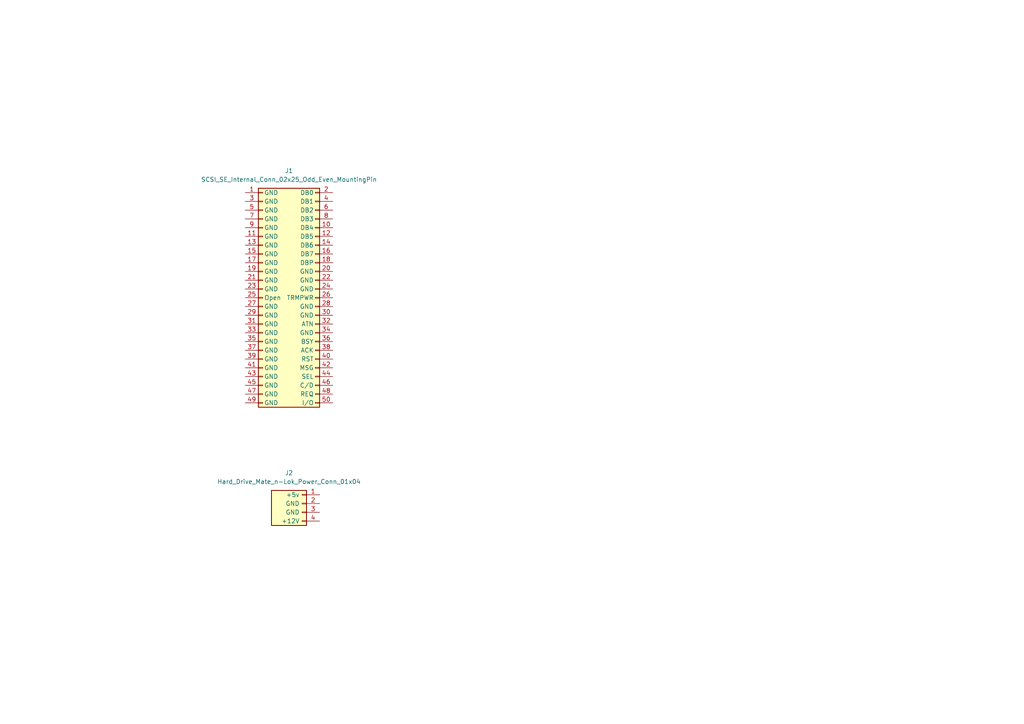
<source format=kicad_sch>
(kicad_sch (version 20211123) (generator eeschema)

  (uuid 401ead9c-288f-45c4-9f3b-dda29c514353)

  (paper "A4")

  (lib_symbols
    (symbol "project:Hard_Drive_Mate_n-Lok_Power_Conn_01x04" (pin_names (offset 2)) (in_bom yes) (on_board yes)
      (property "Reference" "J" (id 0) (at 0 6.35 0)
        (effects (font (size 1.27 1.27)))
      )
      (property "Value" "Hard_Drive_Mate_n-Lok_Power_Conn_01x04" (id 1) (at 0 -8.89 0)
        (effects (font (size 1.27 1.27)))
      )
      (property "Footprint" "" (id 2) (at 3.81 1.27 0)
        (effects (font (size 1.27 1.27)) hide)
      )
      (property "Datasheet" "~" (id 3) (at 3.81 1.27 0)
        (effects (font (size 1.27 1.27)) hide)
      )
      (property "ki_keywords" "connector" (id 4) (at 0 0 0)
        (effects (font (size 1.27 1.27)) hide)
      )
      (property "ki_description" "Generic connector, single row, 01x04, script generated (kicad-library-utils/schlib/autogen/connector/)" (id 5) (at 0 0 0)
        (effects (font (size 1.27 1.27)) hide)
      )
      (property "ki_fp_filters" "Connector*:*_1x??_*" (id 6) (at 0 0 0)
        (effects (font (size 1.27 1.27)) hide)
      )
      (symbol "Hard_Drive_Mate_n-Lok_Power_Conn_01x04_1_1"
        (rectangle (start -5.08 -5.08) (end 5.08 5.08)
          (stroke (width 0.254) (type default) (color 0 0 0 0))
          (fill (type background))
        )
        (rectangle (start 3.81 -3.937) (end 5.08 -3.683)
          (stroke (width 0.1524) (type default) (color 0 0 0 0))
          (fill (type none))
        )
        (rectangle (start 3.81 -1.397) (end 5.08 -1.143)
          (stroke (width 0.1524) (type default) (color 0 0 0 0))
          (fill (type none))
        )
        (rectangle (start 3.81 1.143) (end 5.08 1.397)
          (stroke (width 0.1524) (type default) (color 0 0 0 0))
          (fill (type none))
        )
        (rectangle (start 3.81 3.683) (end 5.08 3.937)
          (stroke (width 0.1524) (type default) (color 0 0 0 0))
          (fill (type none))
        )
        (pin output line (at 8.89 3.81 180) (length 3.81)
          (name "+5v" (effects (font (size 1.27 1.27))))
          (number "1" (effects (font (size 1.27 1.27))))
        )
        (pin power_out line (at 8.89 1.27 180) (length 3.81)
          (name "GND" (effects (font (size 1.27 1.27))))
          (number "2" (effects (font (size 1.27 1.27))))
        )
        (pin power_out line (at 8.89 -1.27 180) (length 3.81)
          (name "GND" (effects (font (size 1.27 1.27))))
          (number "3" (effects (font (size 1.27 1.27))))
        )
        (pin power_out line (at 8.89 -3.81 180) (length 3.81)
          (name "+12V" (effects (font (size 1.27 1.27))))
          (number "4" (effects (font (size 1.27 1.27))))
        )
      )
    )
    (symbol "project:SCSI_SE_Internal_Conn_02x25_Odd_Even_MountingPin" (pin_names (offset 1.7)) (in_bom yes) (on_board yes)
      (property "Reference" "J" (id 0) (at 0 33.02 0)
        (effects (font (size 1.27 1.27)))
      )
      (property "Value" "SCSI_SE_Internal_Conn_02x25_Odd_Even_MountingPin" (id 1) (at -24.13 -35.56 0)
        (effects (font (size 1.27 1.27)) (justify left))
      )
      (property "Footprint" "" (id 2) (at -7.62 0 0)
        (effects (font (size 1.27 1.27)) hide)
      )
      (property "Datasheet" "" (id 3) (at -7.62 0 0)
        (effects (font (size 1.27 1.27)) hide)
      )
      (property "ki_fp_filters" "Connector*:*_2x??-1MP*" (id 4) (at 0 0 0)
        (effects (font (size 1.27 1.27)) hide)
      )
      (symbol "SCSI_SE_Internal_Conn_02x25_Odd_Even_MountingPin_1_1"
        (rectangle (start -8.89 -30.353) (end -7.62 -30.607)
          (stroke (width 0.1524) (type default) (color 0 0 0 0))
          (fill (type none))
        )
        (rectangle (start -8.89 -27.813) (end -7.62 -28.067)
          (stroke (width 0.1524) (type default) (color 0 0 0 0))
          (fill (type none))
        )
        (rectangle (start -8.89 -25.273) (end -7.62 -25.527)
          (stroke (width 0.1524) (type default) (color 0 0 0 0))
          (fill (type none))
        )
        (rectangle (start -8.89 -22.733) (end -7.62 -22.987)
          (stroke (width 0.1524) (type default) (color 0 0 0 0))
          (fill (type none))
        )
        (rectangle (start -8.89 -20.193) (end -7.62 -20.447)
          (stroke (width 0.1524) (type default) (color 0 0 0 0))
          (fill (type none))
        )
        (rectangle (start -8.89 -17.653) (end -7.62 -17.907)
          (stroke (width 0.1524) (type default) (color 0 0 0 0))
          (fill (type none))
        )
        (rectangle (start -8.89 -15.113) (end -7.62 -15.367)
          (stroke (width 0.1524) (type default) (color 0 0 0 0))
          (fill (type none))
        )
        (rectangle (start -8.89 -12.573) (end -7.62 -12.827)
          (stroke (width 0.1524) (type default) (color 0 0 0 0))
          (fill (type none))
        )
        (rectangle (start -8.89 -10.033) (end -7.62 -10.287)
          (stroke (width 0.1524) (type default) (color 0 0 0 0))
          (fill (type none))
        )
        (rectangle (start -8.89 -7.493) (end -7.62 -7.747)
          (stroke (width 0.1524) (type default) (color 0 0 0 0))
          (fill (type none))
        )
        (rectangle (start -8.89 -4.953) (end -7.62 -5.207)
          (stroke (width 0.1524) (type default) (color 0 0 0 0))
          (fill (type none))
        )
        (rectangle (start -8.89 -2.413) (end -7.62 -2.667)
          (stroke (width 0.1524) (type default) (color 0 0 0 0))
          (fill (type none))
        )
        (rectangle (start -8.89 0.127) (end -7.62 -0.127)
          (stroke (width 0.1524) (type default) (color 0 0 0 0))
          (fill (type none))
        )
        (rectangle (start -8.89 2.667) (end -7.62 2.413)
          (stroke (width 0.1524) (type default) (color 0 0 0 0))
          (fill (type none))
        )
        (rectangle (start -8.89 5.207) (end -7.62 4.953)
          (stroke (width 0.1524) (type default) (color 0 0 0 0))
          (fill (type none))
        )
        (rectangle (start -8.89 7.747) (end -7.62 7.493)
          (stroke (width 0.1524) (type default) (color 0 0 0 0))
          (fill (type none))
        )
        (rectangle (start -8.89 10.287) (end -7.62 10.033)
          (stroke (width 0.1524) (type default) (color 0 0 0 0))
          (fill (type none))
        )
        (rectangle (start -8.89 12.827) (end -7.62 12.573)
          (stroke (width 0.1524) (type default) (color 0 0 0 0))
          (fill (type none))
        )
        (rectangle (start -8.89 15.367) (end -7.62 15.113)
          (stroke (width 0.1524) (type default) (color 0 0 0 0))
          (fill (type none))
        )
        (rectangle (start -8.89 17.907) (end -7.62 17.653)
          (stroke (width 0.1524) (type default) (color 0 0 0 0))
          (fill (type none))
        )
        (rectangle (start -8.89 20.447) (end -7.62 20.193)
          (stroke (width 0.1524) (type default) (color 0 0 0 0))
          (fill (type none))
        )
        (rectangle (start -8.89 22.987) (end -7.62 22.733)
          (stroke (width 0.1524) (type default) (color 0 0 0 0))
          (fill (type none))
        )
        (rectangle (start -8.89 25.527) (end -7.62 25.273)
          (stroke (width 0.1524) (type default) (color 0 0 0 0))
          (fill (type none))
        )
        (rectangle (start -8.89 28.067) (end -7.62 27.813)
          (stroke (width 0.1524) (type default) (color 0 0 0 0))
          (fill (type none))
        )
        (rectangle (start -8.89 30.607) (end -7.62 30.353)
          (stroke (width 0.1524) (type default) (color 0 0 0 0))
          (fill (type none))
        )
        (rectangle (start -8.89 31.75) (end 8.89 -31.75)
          (stroke (width 0.254) (type default) (color 0 0 0 0))
          (fill (type background))
        )
        (rectangle (start 8.89 -30.353) (end 7.62 -30.607)
          (stroke (width 0.1524) (type default) (color 0 0 0 0))
          (fill (type none))
        )
        (rectangle (start 8.89 -27.813) (end 7.62 -28.067)
          (stroke (width 0.1524) (type default) (color 0 0 0 0))
          (fill (type none))
        )
        (rectangle (start 8.89 -25.273) (end 7.62 -25.527)
          (stroke (width 0.1524) (type default) (color 0 0 0 0))
          (fill (type none))
        )
        (rectangle (start 8.89 -22.733) (end 7.62 -22.987)
          (stroke (width 0.1524) (type default) (color 0 0 0 0))
          (fill (type none))
        )
        (rectangle (start 8.89 -20.193) (end 7.62 -20.447)
          (stroke (width 0.1524) (type default) (color 0 0 0 0))
          (fill (type none))
        )
        (rectangle (start 8.89 -17.653) (end 7.62 -17.907)
          (stroke (width 0.1524) (type default) (color 0 0 0 0))
          (fill (type none))
        )
        (rectangle (start 8.89 -15.113) (end 7.62 -15.367)
          (stroke (width 0.1524) (type default) (color 0 0 0 0))
          (fill (type none))
        )
        (rectangle (start 8.89 -12.573) (end 7.62 -12.827)
          (stroke (width 0.1524) (type default) (color 0 0 0 0))
          (fill (type none))
        )
        (rectangle (start 8.89 -10.033) (end 7.62 -10.287)
          (stroke (width 0.1524) (type default) (color 0 0 0 0))
          (fill (type none))
        )
        (rectangle (start 8.89 -7.493) (end 7.62 -7.747)
          (stroke (width 0.1524) (type default) (color 0 0 0 0))
          (fill (type none))
        )
        (rectangle (start 8.89 -4.953) (end 7.62 -5.207)
          (stroke (width 0.1524) (type default) (color 0 0 0 0))
          (fill (type none))
        )
        (rectangle (start 8.89 -2.413) (end 7.62 -2.667)
          (stroke (width 0.1524) (type default) (color 0 0 0 0))
          (fill (type none))
        )
        (rectangle (start 8.89 0.127) (end 7.62 -0.127)
          (stroke (width 0.1524) (type default) (color 0 0 0 0))
          (fill (type none))
        )
        (rectangle (start 8.89 2.667) (end 7.62 2.413)
          (stroke (width 0.1524) (type default) (color 0 0 0 0))
          (fill (type none))
        )
        (rectangle (start 8.89 5.207) (end 7.62 4.953)
          (stroke (width 0.1524) (type default) (color 0 0 0 0))
          (fill (type none))
        )
        (rectangle (start 8.89 7.747) (end 7.62 7.493)
          (stroke (width 0.1524) (type default) (color 0 0 0 0))
          (fill (type none))
        )
        (rectangle (start 8.89 10.287) (end 7.62 10.033)
          (stroke (width 0.1524) (type default) (color 0 0 0 0))
          (fill (type none))
        )
        (rectangle (start 8.89 12.827) (end 7.62 12.573)
          (stroke (width 0.1524) (type default) (color 0 0 0 0))
          (fill (type none))
        )
        (rectangle (start 8.89 15.367) (end 7.62 15.113)
          (stroke (width 0.1524) (type default) (color 0 0 0 0))
          (fill (type none))
        )
        (rectangle (start 8.89 17.907) (end 7.62 17.653)
          (stroke (width 0.1524) (type default) (color 0 0 0 0))
          (fill (type none))
        )
        (rectangle (start 8.89 20.447) (end 7.62 20.193)
          (stroke (width 0.1524) (type default) (color 0 0 0 0))
          (fill (type none))
        )
        (rectangle (start 8.89 22.987) (end 7.62 22.733)
          (stroke (width 0.1524) (type default) (color 0 0 0 0))
          (fill (type none))
        )
        (rectangle (start 8.89 25.527) (end 7.62 25.273)
          (stroke (width 0.1524) (type default) (color 0 0 0 0))
          (fill (type none))
        )
        (rectangle (start 8.89 28.067) (end 7.62 27.813)
          (stroke (width 0.1524) (type default) (color 0 0 0 0))
          (fill (type none))
        )
        (rectangle (start 8.89 30.607) (end 7.62 30.353)
          (stroke (width 0.1524) (type default) (color 0 0 0 0))
          (fill (type none))
        )
        (pin passive line (at -12.7 30.48 0) (length 3.81)
          (name "GND" (effects (font (size 1.27 1.27))))
          (number "1" (effects (font (size 1.27 1.27))))
        )
        (pin bidirectional line (at 12.7 20.32 180) (length 3.81)
          (name "DB4" (effects (font (size 1.27 1.27))))
          (number "10" (effects (font (size 1.27 1.27))))
        )
        (pin passive line (at -12.7 17.78 0) (length 3.81)
          (name "GND" (effects (font (size 1.27 1.27))))
          (number "11" (effects (font (size 1.27 1.27))))
        )
        (pin bidirectional line (at 12.7 17.78 180) (length 3.81)
          (name "DB5" (effects (font (size 1.27 1.27))))
          (number "12" (effects (font (size 1.27 1.27))))
        )
        (pin passive line (at -12.7 15.24 0) (length 3.81)
          (name "GND" (effects (font (size 1.27 1.27))))
          (number "13" (effects (font (size 1.27 1.27))))
        )
        (pin bidirectional line (at 12.7 15.24 180) (length 3.81)
          (name "DB6" (effects (font (size 1.27 1.27))))
          (number "14" (effects (font (size 1.27 1.27))))
        )
        (pin passive line (at -12.7 12.7 0) (length 3.81)
          (name "GND" (effects (font (size 1.27 1.27))))
          (number "15" (effects (font (size 1.27 1.27))))
        )
        (pin bidirectional line (at 12.7 12.7 180) (length 3.81)
          (name "DB7" (effects (font (size 1.27 1.27))))
          (number "16" (effects (font (size 1.27 1.27))))
        )
        (pin passive line (at -12.7 10.16 0) (length 3.81)
          (name "GND" (effects (font (size 1.27 1.27))))
          (number "17" (effects (font (size 1.27 1.27))))
        )
        (pin bidirectional line (at 12.7 10.16 180) (length 3.81)
          (name "DBP" (effects (font (size 1.27 1.27))))
          (number "18" (effects (font (size 1.27 1.27))))
        )
        (pin passive line (at -12.7 7.62 0) (length 3.81)
          (name "GND" (effects (font (size 1.27 1.27))))
          (number "19" (effects (font (size 1.27 1.27))))
        )
        (pin bidirectional line (at 12.7 30.48 180) (length 3.81)
          (name "DB0" (effects (font (size 1.27 1.27))))
          (number "2" (effects (font (size 1.27 1.27))))
        )
        (pin passive line (at 12.7 7.62 180) (length 3.81)
          (name "GND" (effects (font (size 1.27 1.27))))
          (number "20" (effects (font (size 1.27 1.27))))
        )
        (pin passive line (at -12.7 5.08 0) (length 3.81)
          (name "GND" (effects (font (size 1.27 1.27))))
          (number "21" (effects (font (size 1.27 1.27))))
        )
        (pin passive line (at 12.7 5.08 180) (length 3.81)
          (name "GND" (effects (font (size 1.27 1.27))))
          (number "22" (effects (font (size 1.27 1.27))))
        )
        (pin passive line (at -12.7 2.54 0) (length 3.81)
          (name "GND" (effects (font (size 1.27 1.27))))
          (number "23" (effects (font (size 1.27 1.27))))
        )
        (pin passive line (at 12.7 2.54 180) (length 3.81)
          (name "GND" (effects (font (size 1.27 1.27))))
          (number "24" (effects (font (size 1.27 1.27))))
        )
        (pin passive line (at -12.7 0 0) (length 3.81)
          (name "Open" (effects (font (size 1.27 1.27))))
          (number "25" (effects (font (size 1.27 1.27))))
        )
        (pin bidirectional line (at 12.7 0 180) (length 3.81)
          (name "TRMPWR" (effects (font (size 1.27 1.27))))
          (number "26" (effects (font (size 1.27 1.27))))
        )
        (pin passive line (at -12.7 -2.54 0) (length 3.81)
          (name "GND" (effects (font (size 1.27 1.27))))
          (number "27" (effects (font (size 1.27 1.27))))
        )
        (pin passive line (at 12.7 -2.54 180) (length 3.81)
          (name "GND" (effects (font (size 1.27 1.27))))
          (number "28" (effects (font (size 1.27 1.27))))
        )
        (pin passive line (at -12.7 -5.08 0) (length 3.81)
          (name "GND" (effects (font (size 1.27 1.27))))
          (number "29" (effects (font (size 1.27 1.27))))
        )
        (pin passive line (at -12.7 27.94 0) (length 3.81)
          (name "GND" (effects (font (size 1.27 1.27))))
          (number "3" (effects (font (size 1.27 1.27))))
        )
        (pin bidirectional line (at 12.7 -5.08 180) (length 3.81)
          (name "GND" (effects (font (size 1.27 1.27))))
          (number "30" (effects (font (size 1.27 1.27))))
        )
        (pin passive line (at -12.7 -7.62 0) (length 3.81)
          (name "GND" (effects (font (size 1.27 1.27))))
          (number "31" (effects (font (size 1.27 1.27))))
        )
        (pin input line (at 12.7 -7.62 180) (length 3.81)
          (name "ATN" (effects (font (size 1.27 1.27))))
          (number "32" (effects (font (size 1.27 1.27))))
        )
        (pin passive line (at -12.7 -10.16 0) (length 3.81)
          (name "GND" (effects (font (size 1.27 1.27))))
          (number "33" (effects (font (size 1.27 1.27))))
        )
        (pin passive line (at 12.7 -10.16 180) (length 3.81)
          (name "GND" (effects (font (size 1.27 1.27))))
          (number "34" (effects (font (size 1.27 1.27))))
        )
        (pin passive line (at -12.7 -12.7 0) (length 3.81)
          (name "GND" (effects (font (size 1.27 1.27))))
          (number "35" (effects (font (size 1.27 1.27))))
        )
        (pin bidirectional line (at 12.7 -12.7 180) (length 3.81)
          (name "BSY" (effects (font (size 1.27 1.27))))
          (number "36" (effects (font (size 1.27 1.27))))
        )
        (pin passive line (at -12.7 -15.24 0) (length 3.81)
          (name "GND" (effects (font (size 1.27 1.27))))
          (number "37" (effects (font (size 1.27 1.27))))
        )
        (pin input line (at 12.7 -15.24 180) (length 3.81)
          (name "ACK" (effects (font (size 1.27 1.27))))
          (number "38" (effects (font (size 1.27 1.27))))
        )
        (pin passive line (at -12.7 -17.78 0) (length 3.81)
          (name "GND" (effects (font (size 1.27 1.27))))
          (number "39" (effects (font (size 1.27 1.27))))
        )
        (pin bidirectional line (at 12.7 27.94 180) (length 3.81)
          (name "DB1" (effects (font (size 1.27 1.27))))
          (number "4" (effects (font (size 1.27 1.27))))
        )
        (pin bidirectional line (at 12.7 -17.78 180) (length 3.81)
          (name "RST" (effects (font (size 1.27 1.27))))
          (number "40" (effects (font (size 1.27 1.27))))
        )
        (pin passive line (at -12.7 -20.32 0) (length 3.81)
          (name "GND" (effects (font (size 1.27 1.27))))
          (number "41" (effects (font (size 1.27 1.27))))
        )
        (pin output line (at 12.7 -20.32 180) (length 3.81)
          (name "MSG" (effects (font (size 1.27 1.27))))
          (number "42" (effects (font (size 1.27 1.27))))
        )
        (pin passive line (at -12.7 -22.86 0) (length 3.81)
          (name "GND" (effects (font (size 1.27 1.27))))
          (number "43" (effects (font (size 1.27 1.27))))
        )
        (pin bidirectional line (at 12.7 -22.86 180) (length 3.81)
          (name "SEL" (effects (font (size 1.27 1.27))))
          (number "44" (effects (font (size 1.27 1.27))))
        )
        (pin passive line (at -12.7 -25.4 0) (length 3.81)
          (name "GND" (effects (font (size 1.27 1.27))))
          (number "45" (effects (font (size 1.27 1.27))))
        )
        (pin output line (at 12.7 -25.4 180) (length 3.81)
          (name "C/D" (effects (font (size 1.27 1.27))))
          (number "46" (effects (font (size 1.27 1.27))))
        )
        (pin passive line (at -12.7 -27.94 0) (length 3.81)
          (name "GND" (effects (font (size 1.27 1.27))))
          (number "47" (effects (font (size 1.27 1.27))))
        )
        (pin output line (at 12.7 -27.94 180) (length 3.81)
          (name "REQ" (effects (font (size 1.27 1.27))))
          (number "48" (effects (font (size 1.27 1.27))))
        )
        (pin passive line (at -12.7 -30.48 0) (length 3.81)
          (name "GND" (effects (font (size 1.27 1.27))))
          (number "49" (effects (font (size 1.27 1.27))))
        )
        (pin passive line (at -12.7 25.4 0) (length 3.81)
          (name "GND" (effects (font (size 1.27 1.27))))
          (number "5" (effects (font (size 1.27 1.27))))
        )
        (pin bidirectional line (at 12.7 -30.48 180) (length 3.81)
          (name "I/O" (effects (font (size 1.27 1.27))))
          (number "50" (effects (font (size 1.27 1.27))))
        )
        (pin bidirectional line (at 12.7 25.4 180) (length 3.81)
          (name "DB2" (effects (font (size 1.27 1.27))))
          (number "6" (effects (font (size 1.27 1.27))))
        )
        (pin passive line (at -12.7 22.86 0) (length 3.81)
          (name "GND" (effects (font (size 1.27 1.27))))
          (number "7" (effects (font (size 1.27 1.27))))
        )
        (pin bidirectional line (at 12.7 22.86 180) (length 3.81)
          (name "DB3" (effects (font (size 1.27 1.27))))
          (number "8" (effects (font (size 1.27 1.27))))
        )
        (pin passive line (at -12.7 20.32 0) (length 3.81)
          (name "GND" (effects (font (size 1.27 1.27))))
          (number "9" (effects (font (size 1.27 1.27))))
        )
      )
    )
  )


  (symbol (lib_id "project:Hard_Drive_Mate_n-Lok_Power_Conn_01x04") (at 83.82 147.32 0) (unit 1)
    (in_bom yes) (on_board yes) (fields_autoplaced)
    (uuid aaffafd5-11ef-4a73-a6cf-129e1b846e12)
    (property "Reference" "J2" (id 0) (at 83.82 137.16 0))
    (property "Value" "Hard_Drive_Mate_n-Lok_Power_Conn_01x04" (id 1) (at 83.82 139.7 0))
    (property "Footprint" "project:TE_MATE-N-LOK_350211-1_1x04_P5.08mm_Edge" (id 2) (at 87.63 146.05 0)
      (effects (font (size 1.27 1.27)) hide)
    )
    (property "Datasheet" "~" (id 3) (at 87.63 146.05 0)
      (effects (font (size 1.27 1.27)) hide)
    )
    (pin "1" (uuid 20f284fd-b08c-484b-a7a6-28a4ddcdda57))
    (pin "2" (uuid e9a97804-9a2e-40e9-98b7-248a75b44069))
    (pin "3" (uuid 15ee95a9-89eb-4f0b-b09f-fbbfbc882713))
    (pin "4" (uuid b1473682-dfbd-442d-aa67-e5be2ff21413))
  )

  (symbol (lib_id "project:SCSI_SE_Internal_Conn_02x25_Odd_Even_MountingPin") (at 83.82 86.36 0) (unit 1)
    (in_bom yes) (on_board yes) (fields_autoplaced)
    (uuid c04ef732-5e27-4bd0-ad87-7d3ba304d567)
    (property "Reference" "J1" (id 0) (at 83.82 49.53 0))
    (property "Value" "SCSI_SE_Internal_Conn_02x25_Odd_Even_MountingPin" (id 1) (at 83.82 52.07 0))
    (property "Footprint" "project:IDC-Header_2x25_P2.54mm_Edge" (id 2) (at 76.2 86.36 0)
      (effects (font (size 1.27 1.27)) hide)
    )
    (property "Datasheet" "" (id 3) (at 76.2 86.36 0)
      (effects (font (size 1.27 1.27)) hide)
    )
    (pin "1" (uuid b4f450ab-b735-476c-8f93-e4551a5b7880))
    (pin "10" (uuid 17bfdb20-aa47-47ba-83eb-45d75f1255ea))
    (pin "11" (uuid dd64de23-f859-428f-a732-e18e01786856))
    (pin "12" (uuid 39488ef3-7f66-4ecd-ac74-6f5181b9d116))
    (pin "13" (uuid d72b923e-92d1-4850-80c5-056cf2744860))
    (pin "14" (uuid 2efe1aee-756e-426a-9aaf-4705da3a9b20))
    (pin "15" (uuid a7bb0c51-40de-4394-bbb8-0692ba00314d))
    (pin "16" (uuid eb0e98ad-b69b-479f-aa89-faaa3b433a5c))
    (pin "17" (uuid 6b853e66-561e-4194-ac5c-a7a138a2838d))
    (pin "18" (uuid d7ed74dc-8482-47f1-a7ae-0ba2ea6516c4))
    (pin "19" (uuid 4ecb8a62-61c5-44b1-a68a-a90308ffadc6))
    (pin "2" (uuid 27228b29-2f1b-4f28-8b29-a8196174d711))
    (pin "20" (uuid 99e13536-f34f-4b82-97c3-153c793256e6))
    (pin "21" (uuid d76303b1-4cc0-4386-9547-476a992ae502))
    (pin "22" (uuid 76d753e4-777b-406b-b0e8-661830ed1738))
    (pin "23" (uuid c1c20405-5285-446a-83db-636b530c834c))
    (pin "24" (uuid 187d71b3-8efd-424b-8b1f-c65b35d090fc))
    (pin "25" (uuid 269996c8-d561-4dd8-a002-87c8dd854e52))
    (pin "26" (uuid c248b323-a835-4777-ab4c-e94fd7259afe))
    (pin "27" (uuid 35f3eeb0-d1d3-4d10-93bd-5bd5a50c6dc2))
    (pin "28" (uuid b5480c38-1058-4189-ab5f-a98423d7aff8))
    (pin "29" (uuid cdf7704d-e22d-401e-9df9-81ef82bb6af5))
    (pin "3" (uuid 4e8ab04c-67d7-4373-98de-833816361f89))
    (pin "30" (uuid 2b4fe2a1-79a3-4308-bb43-420443045232))
    (pin "31" (uuid d02c51ae-0ca7-4d4f-82f0-672f25883a8a))
    (pin "32" (uuid 61364b56-e2b8-414f-8355-2122b5454e72))
    (pin "33" (uuid 4d0a9d51-7471-4600-b87f-0824cfa58d5d))
    (pin "34" (uuid 7c350219-0af8-4448-bf2a-14e32b42b742))
    (pin "35" (uuid bff2a78c-7562-4197-8be0-95d14f43400c))
    (pin "36" (uuid d1556d0d-c8e1-45ea-ae03-d1cd571b38fe))
    (pin "37" (uuid 13742f24-3393-4637-ba68-a17fc082f6e6))
    (pin "38" (uuid b8bc3bd6-a104-489e-aa29-c0da238b1603))
    (pin "39" (uuid 2f2e277a-3ed4-43f9-999c-b7ee8cbe1849))
    (pin "4" (uuid 83a41f25-c42f-4204-96d3-af849bb0f098))
    (pin "40" (uuid 52b29fb4-eb7f-4b12-9e22-d3bdabb6e50e))
    (pin "41" (uuid 4de145c8-8a0d-4cb9-bb9a-5870bb276cf8))
    (pin "42" (uuid f42965ec-766e-48fa-9f19-82e138d5a3e0))
    (pin "43" (uuid 26d3c632-857f-4449-a223-b9f41f30307e))
    (pin "44" (uuid 810e786d-d342-4c11-b38d-244005223073))
    (pin "45" (uuid c88b2080-d71f-4b89-9e55-e07d9de2e61d))
    (pin "46" (uuid 1be7e932-d374-4414-949e-8af27c62c341))
    (pin "47" (uuid 0fe8cea6-316a-4aa6-98ab-d2ba9bd6766a))
    (pin "48" (uuid ead46272-4bcd-471e-98de-8e6bc7285b95))
    (pin "49" (uuid 1fc0a35e-b517-4b94-89cb-b2b9bbdf8312))
    (pin "5" (uuid 12963e0f-7788-406c-9bb5-13cd254332da))
    (pin "50" (uuid cd164866-a131-4160-b953-a5dac7f1e2fc))
    (pin "6" (uuid 8afd1a8b-c46c-473b-a412-899fc9028b73))
    (pin "7" (uuid 39da0b79-888b-4c3d-97b1-43651b468044))
    (pin "8" (uuid e62e35c1-f1c7-4a50-8d20-f027745bceae))
    (pin "9" (uuid df910d54-ec26-4638-9db5-0d96729d1c92))
  )

  (sheet_instances
    (path "/" (page "1"))
  )

  (symbol_instances
    (path "/c04ef732-5e27-4bd0-ad87-7d3ba304d567"
      (reference "J1") (unit 1) (value "SCSI_SE_Internal_Conn_02x25_Odd_Even_MountingPin") (footprint "project:IDC-Header_2x25_P2.54mm_Edge")
    )
    (path "/aaffafd5-11ef-4a73-a6cf-129e1b846e12"
      (reference "J2") (unit 1) (value "Hard_Drive_Mate_n-Lok_Power_Conn_01x04") (footprint "project:TE_MATE-N-LOK_350211-1_1x04_P5.08mm_Edge")
    )
  )
)

</source>
